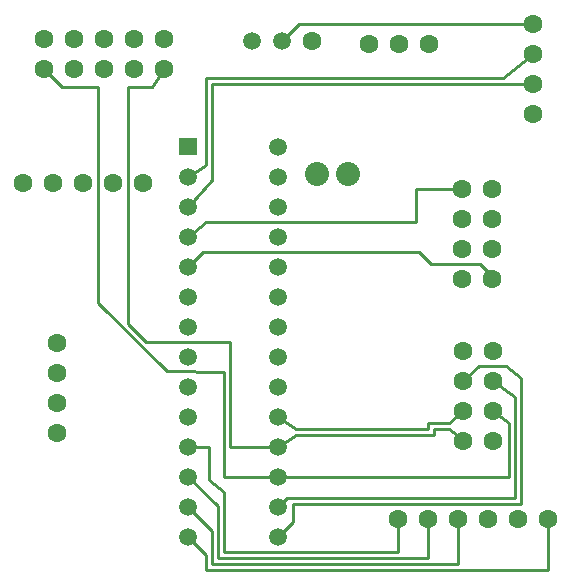
<source format=gbl>
G04 Layer: BottomLayer*
G04 EasyEDA v6.2.46, 2019-10-16T15:20:01+02:00*
G04 17d91261987f4ea7b1e2a014808d89e6,c2ce4b80da084e9d99782b66b1536189,10*
G04 Gerber Generator version 0.2*
G04 Scale: 100 percent, Rotated: No, Reflected: No *
G04 Dimensions in millimeters *
G04 leading zeros omitted , absolute positions ,3 integer and 3 decimal *
%FSLAX33Y33*%
%MOMM*%
G90*
G71D02*

%ADD10C,0.254000*%
%ADD11C,2.032000*%
%ADD12C,1.499997*%
%ADD14C,1.599997*%

%LPD*%
G54D10*
G01X16510Y33743D02*
G01X18034Y34759D01*
G01X18034Y42125D01*
G01X43180Y42120D01*
G01X45707Y44152D01*
G01X16510Y31203D02*
G01X18542Y33489D01*
G01X18542Y41617D01*
G01X45707Y41617D01*
G01X24130Y3263D02*
G01X25400Y4533D01*
G01X25400Y6057D01*
G01X44704Y6050D01*
G01X44704Y16652D01*
G01X43434Y17741D01*
G01X41148Y17741D01*
G01X39756Y16469D01*
G01X39756Y13929D02*
G01X38608Y12915D01*
G01X36830Y12915D01*
G01X36830Y12407D01*
G01X25654Y12407D01*
G01X24130Y13423D01*
G01X42296Y13929D02*
G01X43688Y12915D01*
G01X43688Y8343D01*
G01X24130Y8343D01*
G01X39756Y11389D02*
G01X40223Y11219D01*
G01X38608Y12407D01*
G01X37338Y12407D01*
G01X37338Y11899D01*
G01X25654Y11899D01*
G01X24130Y10883D01*
G01X39674Y32725D02*
G01X35814Y32727D01*
G01X35814Y29933D01*
G01X18034Y29933D01*
G01X16510Y28663D01*
G01X42265Y25356D02*
G01X41244Y26377D01*
G01X37084Y26377D01*
G01X36068Y27393D01*
G01X17780Y27393D01*
G01X16510Y26123D01*
G01X16510Y8343D02*
G01X16510Y8343D01*
G01X19050Y5854D01*
G01X19050Y1485D01*
G01X36830Y1485D01*
G01X36830Y4787D01*
G01X16510Y5803D02*
G01X18542Y3771D01*
G01X18542Y977D01*
G01X39370Y977D01*
G01X39370Y977D01*
G01X39370Y4787D01*
G01X16510Y3263D02*
G01X18034Y1739D01*
G01X18034Y469D01*
G01X46990Y469D01*
G01X46990Y4787D01*
G01X45707Y46691D02*
G01X25924Y46691D01*
G01X24442Y45209D01*
G01X42296Y16469D02*
G01X44196Y15067D01*
G01X44196Y6565D01*
G01X24892Y6565D01*
G01X24130Y5803D01*
G01X14478Y42880D02*
G01X13462Y41363D01*
G01X11430Y41363D01*
G01X11430Y21297D01*
G01X12954Y19773D01*
G01X20066Y19773D01*
G01X20066Y10883D01*
G01X24130Y10883D01*
G01X4318Y42880D02*
G01X5839Y41363D01*
G01X8890Y41363D01*
G01X8890Y23075D01*
G01X14721Y17244D01*
G01X19558Y17190D01*
G01X19558Y8343D01*
G01X24130Y8343D01*
G01X16510Y10883D02*
G01X18288Y10883D01*
G01X18288Y8089D01*
G01X19558Y7073D01*
G01X19558Y1993D01*
G01X34290Y1993D01*
G01X34290Y4787D01*
G54D11*
G01X27432Y33997D03*
G01X30012Y33997D03*
G54D12*
G01X24130Y3263D03*
G01X24130Y5803D03*
G01X24130Y8343D03*
G01X24130Y10883D03*
G01X24130Y13423D03*
G01X24130Y15963D03*
G01X24130Y18503D03*
G01X24130Y21043D03*
G01X24130Y23583D03*
G01X24130Y26123D03*
G01X24130Y28663D03*
G01X24130Y31203D03*
G01X24130Y33743D03*
G01X24130Y36283D03*
G01X16510Y3263D03*
G01X16510Y5803D03*
G01X16510Y8343D03*
G01X16510Y10883D03*
G01X16510Y13423D03*
G01X16510Y15963D03*
G01X16510Y18503D03*
G01X16510Y21043D03*
G01X16510Y23583D03*
G01X16510Y26123D03*
G01X16510Y28663D03*
G01X16510Y31203D03*
G01X16510Y33743D03*
G36*
G01X15760Y37033D02*
G01X17259Y37033D01*
G01X17259Y35534D01*
G01X15760Y35534D01*
G01X15760Y37033D01*
G37*
G54D14*
G01X45707Y41611D03*
G01X45707Y44151D03*
G01X45707Y39071D03*
G01X45707Y46691D03*
G01X39673Y30185D03*
G01X42213Y30185D03*
G01X39673Y27645D03*
G01X42213Y27645D03*
G01X39673Y25105D03*
G01X42213Y25105D03*
G01X39673Y32725D03*
G01X42213Y32725D03*
G01X39757Y16469D03*
G01X42297Y16469D03*
G01X39757Y13929D03*
G01X42297Y13929D03*
G01X39757Y11389D03*
G01X42297Y11389D03*
G01X39757Y19009D03*
G01X42297Y19009D03*
G01X26982Y45209D03*
G54D12*
G01X21902Y45209D03*
G01X24442Y45209D03*
G54D14*
G01X31865Y44955D03*
G01X34405Y44955D03*
G01X36945Y44955D03*
G01X5080Y33235D03*
G01X7620Y33235D03*
G01X10160Y33235D03*
G01X2540Y33235D03*
G01X12700Y33235D03*
G01X6858Y42879D03*
G01X6858Y45419D03*
G01X9398Y42879D03*
G01X9398Y45419D03*
G01X11938Y42879D03*
G01X11938Y45419D03*
G01X4318Y42879D03*
G01X4318Y45419D03*
G01X14478Y42879D03*
G01X14478Y45419D03*
G01X5427Y12062D03*
G01X5427Y14602D03*
G01X5427Y17142D03*
G01X5427Y19682D03*
G01X34290Y4787D03*
G01X36830Y4787D03*
G01X39370Y4787D03*
G01X41910Y4787D03*
G01X44450Y4787D03*
G01X46990Y4787D03*
M00*
M02*

</source>
